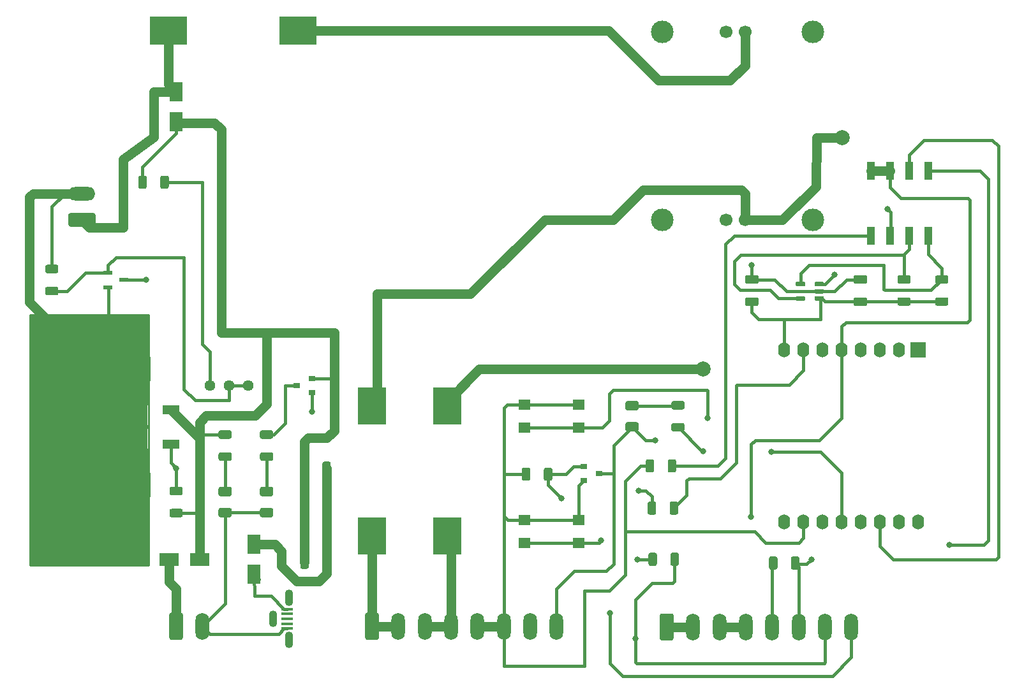
<source format=gbr>
G04 #@! TF.GenerationSoftware,KiCad,Pcbnew,(5.1.9)-1*
G04 #@! TF.CreationDate,2022-06-27T08:21:43+02:00*
G04 #@! TF.ProjectId,green_detect_3,67726565-6e5f-4646-9574-6563745f332e,0.00*
G04 #@! TF.SameCoordinates,Original*
G04 #@! TF.FileFunction,Copper,L1,Top*
G04 #@! TF.FilePolarity,Positive*
%FSLAX46Y46*%
G04 Gerber Fmt 4.6, Leading zero omitted, Abs format (unit mm)*
G04 Created by KiCad (PCBNEW (5.1.9)-1) date 2022-06-27 08:21:43*
%MOMM*%
%LPD*%
G01*
G04 APERTURE LIST*
G04 #@! TA.AperFunction,ComponentPad*
%ADD10C,3.000000*%
G04 #@! TD*
G04 #@! TA.AperFunction,ComponentPad*
%ADD11C,1.700000*%
G04 #@! TD*
G04 #@! TA.AperFunction,ComponentPad*
%ADD12O,3.600000X1.800000*%
G04 #@! TD*
G04 #@! TA.AperFunction,ComponentPad*
%ADD13C,1.440000*%
G04 #@! TD*
G04 #@! TA.AperFunction,SMDPad,CuDef*
%ADD14R,1.300000X0.600000*%
G04 #@! TD*
G04 #@! TA.AperFunction,ComponentPad*
%ADD15O,1.600000X2.000000*%
G04 #@! TD*
G04 #@! TA.AperFunction,ComponentPad*
%ADD16R,2.000000X2.000000*%
G04 #@! TD*
G04 #@! TA.AperFunction,SMDPad,CuDef*
%ADD17R,3.800000X5.000000*%
G04 #@! TD*
G04 #@! TA.AperFunction,SMDPad,CuDef*
%ADD18R,5.000000X3.800000*%
G04 #@! TD*
G04 #@! TA.AperFunction,SMDPad,CuDef*
%ADD19R,1.120000X2.440000*%
G04 #@! TD*
G04 #@! TA.AperFunction,SMDPad,CuDef*
%ADD20R,1.800000X2.500000*%
G04 #@! TD*
G04 #@! TA.AperFunction,SMDPad,CuDef*
%ADD21R,2.500000X1.800000*%
G04 #@! TD*
G04 #@! TA.AperFunction,SMDPad,CuDef*
%ADD22R,1.500000X0.450000*%
G04 #@! TD*
G04 #@! TA.AperFunction,ComponentPad*
%ADD23O,1.100000X2.200000*%
G04 #@! TD*
G04 #@! TA.AperFunction,SMDPad,CuDef*
%ADD24R,13.200000X3.250000*%
G04 #@! TD*
G04 #@! TA.AperFunction,SMDPad,CuDef*
%ADD25R,0.900000X0.800000*%
G04 #@! TD*
G04 #@! TA.AperFunction,SMDPad,CuDef*
%ADD26R,1.600000X1.400000*%
G04 #@! TD*
G04 #@! TA.AperFunction,SMDPad,CuDef*
%ADD27R,6.400000X5.800000*%
G04 #@! TD*
G04 #@! TA.AperFunction,SMDPad,CuDef*
%ADD28R,2.200000X1.200000*%
G04 #@! TD*
G04 #@! TA.AperFunction,ComponentPad*
%ADD29O,1.800000X3.600000*%
G04 #@! TD*
G04 #@! TA.AperFunction,ViaPad*
%ADD30C,0.800000*%
G04 #@! TD*
G04 #@! TA.AperFunction,ViaPad*
%ADD31C,2.000000*%
G04 #@! TD*
G04 #@! TA.AperFunction,Conductor*
%ADD32C,0.406400*%
G04 #@! TD*
G04 #@! TA.AperFunction,Conductor*
%ADD33C,1.270000*%
G04 #@! TD*
G04 #@! TA.AperFunction,Conductor*
%ADD34C,0.250000*%
G04 #@! TD*
G04 #@! TA.AperFunction,Conductor*
%ADD35C,0.254000*%
G04 #@! TD*
G04 #@! TA.AperFunction,Conductor*
%ADD36C,0.100000*%
G04 #@! TD*
G04 APERTURE END LIST*
D10*
X163500000Y-53000000D03*
X163500000Y-78000000D03*
X183500000Y-78000000D03*
X183500000Y-53000000D03*
D11*
X172000000Y-78000000D03*
X174500000Y-78000000D03*
X172000000Y-53000000D03*
X174500000Y-53000000D03*
D12*
X86500000Y-74500000D03*
G04 #@! TA.AperFunction,ComponentPad*
G36*
G01*
X88050000Y-78900000D02*
X84950000Y-78900000D01*
G75*
G02*
X84700000Y-78650000I0J250000D01*
G01*
X84700000Y-77350000D01*
G75*
G02*
X84950000Y-77100000I250000J0D01*
G01*
X88050000Y-77100000D01*
G75*
G02*
X88300000Y-77350000I0J-250000D01*
G01*
X88300000Y-78650000D01*
G75*
G02*
X88050000Y-78900000I-250000J0D01*
G01*
G37*
G04 #@! TD.AperFunction*
D13*
X108580000Y-100000000D03*
X106040000Y-100000000D03*
X103500000Y-100000000D03*
D14*
X89950000Y-85050000D03*
X89950000Y-86950000D03*
X92050000Y-86000000D03*
D15*
X197500000Y-118110000D03*
X194960000Y-118110000D03*
X192420000Y-118110000D03*
X189880000Y-118110000D03*
X187340000Y-118110000D03*
X184800000Y-118110000D03*
X182260000Y-118110000D03*
X179720000Y-118110000D03*
X179720000Y-95250000D03*
X182260000Y-95250000D03*
X184800000Y-95250000D03*
X187340000Y-95250000D03*
X189880000Y-95250000D03*
X192420000Y-95250000D03*
D16*
X197500000Y-95250000D03*
D15*
X194960000Y-95250000D03*
D17*
X135000000Y-120000000D03*
X135000000Y-102750000D03*
X125000000Y-120000000D03*
D18*
X115200000Y-52900000D03*
X98000000Y-52900000D03*
D17*
X125000000Y-102750000D03*
D19*
X191190000Y-71495000D03*
X198810000Y-80105000D03*
X193730000Y-71495000D03*
X196270000Y-80105000D03*
X196270000Y-71495000D03*
X193730000Y-80105000D03*
X198810000Y-71495000D03*
X191190000Y-80105000D03*
G04 #@! TA.AperFunction,SMDPad,CuDef*
G36*
G01*
X110374998Y-108900000D02*
X111625002Y-108900000D01*
G75*
G02*
X111875000Y-109149998I0J-249998D01*
G01*
X111875000Y-109775002D01*
G75*
G02*
X111625002Y-110025000I-249998J0D01*
G01*
X110374998Y-110025000D01*
G75*
G02*
X110125000Y-109775002I0J249998D01*
G01*
X110125000Y-109149998D01*
G75*
G02*
X110374998Y-108900000I249998J0D01*
G01*
G37*
G04 #@! TD.AperFunction*
G04 #@! TA.AperFunction,SMDPad,CuDef*
G36*
G01*
X110374998Y-105975000D02*
X111625002Y-105975000D01*
G75*
G02*
X111875000Y-106224998I0J-249998D01*
G01*
X111875000Y-106850002D01*
G75*
G02*
X111625002Y-107100000I-249998J0D01*
G01*
X110374998Y-107100000D01*
G75*
G02*
X110125000Y-106850002I0J249998D01*
G01*
X110125000Y-106224998D01*
G75*
G02*
X110374998Y-105975000I249998J0D01*
G01*
G37*
G04 #@! TD.AperFunction*
G04 #@! TA.AperFunction,SMDPad,CuDef*
G36*
G01*
X104874998Y-108900000D02*
X106125002Y-108900000D01*
G75*
G02*
X106375000Y-109149998I0J-249998D01*
G01*
X106375000Y-109775002D01*
G75*
G02*
X106125002Y-110025000I-249998J0D01*
G01*
X104874998Y-110025000D01*
G75*
G02*
X104625000Y-109775002I0J249998D01*
G01*
X104625000Y-109149998D01*
G75*
G02*
X104874998Y-108900000I249998J0D01*
G01*
G37*
G04 #@! TD.AperFunction*
G04 #@! TA.AperFunction,SMDPad,CuDef*
G36*
G01*
X104874998Y-105975000D02*
X106125002Y-105975000D01*
G75*
G02*
X106375000Y-106224998I0J-249998D01*
G01*
X106375000Y-106850002D01*
G75*
G02*
X106125002Y-107100000I-249998J0D01*
G01*
X104874998Y-107100000D01*
G75*
G02*
X104625000Y-106850002I0J249998D01*
G01*
X104625000Y-106224998D01*
G75*
G02*
X104874998Y-105975000I249998J0D01*
G01*
G37*
G04 #@! TD.AperFunction*
G04 #@! TA.AperFunction,SMDPad,CuDef*
G36*
G01*
X118400000Y-111625002D02*
X118400000Y-110374998D01*
G75*
G02*
X118649998Y-110125000I249998J0D01*
G01*
X119275002Y-110125000D01*
G75*
G02*
X119525000Y-110374998I0J-249998D01*
G01*
X119525000Y-111625002D01*
G75*
G02*
X119275002Y-111875000I-249998J0D01*
G01*
X118649998Y-111875000D01*
G75*
G02*
X118400000Y-111625002I0J249998D01*
G01*
G37*
G04 #@! TD.AperFunction*
G04 #@! TA.AperFunction,SMDPad,CuDef*
G36*
G01*
X115475000Y-111625002D02*
X115475000Y-110374998D01*
G75*
G02*
X115724998Y-110125000I249998J0D01*
G01*
X116350002Y-110125000D01*
G75*
G02*
X116600000Y-110374998I0J-249998D01*
G01*
X116600000Y-111625002D01*
G75*
G02*
X116350002Y-111875000I-249998J0D01*
G01*
X115724998Y-111875000D01*
G75*
G02*
X115475000Y-111625002I0J249998D01*
G01*
G37*
G04 #@! TD.AperFunction*
G04 #@! TA.AperFunction,SMDPad,CuDef*
G36*
G01*
X118400000Y-116125002D02*
X118400000Y-114874998D01*
G75*
G02*
X118649998Y-114625000I249998J0D01*
G01*
X119275002Y-114625000D01*
G75*
G02*
X119525000Y-114874998I0J-249998D01*
G01*
X119525000Y-116125002D01*
G75*
G02*
X119275002Y-116375000I-249998J0D01*
G01*
X118649998Y-116375000D01*
G75*
G02*
X118400000Y-116125002I0J249998D01*
G01*
G37*
G04 #@! TD.AperFunction*
G04 #@! TA.AperFunction,SMDPad,CuDef*
G36*
G01*
X115475000Y-116125002D02*
X115475000Y-114874998D01*
G75*
G02*
X115724998Y-114625000I249998J0D01*
G01*
X116350002Y-114625000D01*
G75*
G02*
X116600000Y-114874998I0J-249998D01*
G01*
X116600000Y-116125002D01*
G75*
G02*
X116350002Y-116375000I-249998J0D01*
G01*
X115724998Y-116375000D01*
G75*
G02*
X115475000Y-116125002I0J249998D01*
G01*
G37*
G04 #@! TD.AperFunction*
G04 #@! TA.AperFunction,SMDPad,CuDef*
G36*
G01*
X118400000Y-120125002D02*
X118400000Y-118874998D01*
G75*
G02*
X118649998Y-118625000I249998J0D01*
G01*
X119275002Y-118625000D01*
G75*
G02*
X119525000Y-118874998I0J-249998D01*
G01*
X119525000Y-120125002D01*
G75*
G02*
X119275002Y-120375000I-249998J0D01*
G01*
X118649998Y-120375000D01*
G75*
G02*
X118400000Y-120125002I0J249998D01*
G01*
G37*
G04 #@! TD.AperFunction*
G04 #@! TA.AperFunction,SMDPad,CuDef*
G36*
G01*
X115475000Y-120125002D02*
X115475000Y-118874998D01*
G75*
G02*
X115724998Y-118625000I249998J0D01*
G01*
X116350002Y-118625000D01*
G75*
G02*
X116600000Y-118874998I0J-249998D01*
G01*
X116600000Y-120125002D01*
G75*
G02*
X116350002Y-120375000I-249998J0D01*
G01*
X115724998Y-120375000D01*
G75*
G02*
X115475000Y-120125002I0J249998D01*
G01*
G37*
G04 #@! TD.AperFunction*
G04 #@! TA.AperFunction,SMDPad,CuDef*
G36*
G01*
X118400000Y-124125002D02*
X118400000Y-122874998D01*
G75*
G02*
X118649998Y-122625000I249998J0D01*
G01*
X119275002Y-122625000D01*
G75*
G02*
X119525000Y-122874998I0J-249998D01*
G01*
X119525000Y-124125002D01*
G75*
G02*
X119275002Y-124375000I-249998J0D01*
G01*
X118649998Y-124375000D01*
G75*
G02*
X118400000Y-124125002I0J249998D01*
G01*
G37*
G04 #@! TD.AperFunction*
G04 #@! TA.AperFunction,SMDPad,CuDef*
G36*
G01*
X115475000Y-124125002D02*
X115475000Y-122874998D01*
G75*
G02*
X115724998Y-122625000I249998J0D01*
G01*
X116350002Y-122625000D01*
G75*
G02*
X116600000Y-122874998I0J-249998D01*
G01*
X116600000Y-124125002D01*
G75*
G02*
X116350002Y-124375000I-249998J0D01*
G01*
X115724998Y-124375000D01*
G75*
G02*
X115475000Y-124125002I0J249998D01*
G01*
G37*
G04 #@! TD.AperFunction*
G04 #@! TA.AperFunction,SMDPad,CuDef*
G36*
G01*
X111625000Y-114725000D02*
X110375000Y-114725000D01*
G75*
G02*
X110125000Y-114475000I0J250000D01*
G01*
X110125000Y-113725000D01*
G75*
G02*
X110375000Y-113475000I250000J0D01*
G01*
X111625000Y-113475000D01*
G75*
G02*
X111875000Y-113725000I0J-250000D01*
G01*
X111875000Y-114475000D01*
G75*
G02*
X111625000Y-114725000I-250000J0D01*
G01*
G37*
G04 #@! TD.AperFunction*
G04 #@! TA.AperFunction,SMDPad,CuDef*
G36*
G01*
X111625000Y-117525000D02*
X110375000Y-117525000D01*
G75*
G02*
X110125000Y-117275000I0J250000D01*
G01*
X110125000Y-116525000D01*
G75*
G02*
X110375000Y-116275000I250000J0D01*
G01*
X111625000Y-116275000D01*
G75*
G02*
X111875000Y-116525000I0J-250000D01*
G01*
X111875000Y-117275000D01*
G75*
G02*
X111625000Y-117525000I-250000J0D01*
G01*
G37*
G04 #@! TD.AperFunction*
G04 #@! TA.AperFunction,SMDPad,CuDef*
G36*
G01*
X106125000Y-114725000D02*
X104875000Y-114725000D01*
G75*
G02*
X104625000Y-114475000I0J250000D01*
G01*
X104625000Y-113725000D01*
G75*
G02*
X104875000Y-113475000I250000J0D01*
G01*
X106125000Y-113475000D01*
G75*
G02*
X106375000Y-113725000I0J-250000D01*
G01*
X106375000Y-114475000D01*
G75*
G02*
X106125000Y-114725000I-250000J0D01*
G01*
G37*
G04 #@! TD.AperFunction*
G04 #@! TA.AperFunction,SMDPad,CuDef*
G36*
G01*
X106125000Y-117525000D02*
X104875000Y-117525000D01*
G75*
G02*
X104625000Y-117275000I0J250000D01*
G01*
X104625000Y-116525000D01*
G75*
G02*
X104875000Y-116275000I250000J0D01*
G01*
X106125000Y-116275000D01*
G75*
G02*
X106375000Y-116525000I0J-250000D01*
G01*
X106375000Y-117275000D01*
G75*
G02*
X106125000Y-117525000I-250000J0D01*
G01*
G37*
G04 #@! TD.AperFunction*
D20*
X109300000Y-125100000D03*
X109300000Y-121100000D03*
D21*
X98100000Y-123100000D03*
X102100000Y-123100000D03*
D22*
X113750000Y-129700000D03*
X113750000Y-130350000D03*
X113750000Y-131000000D03*
X113750000Y-131650000D03*
X113750000Y-132300000D03*
D23*
X111850000Y-131000000D03*
X114000000Y-128200000D03*
X114000000Y-133800000D03*
D24*
X89000000Y-113200000D03*
X89000000Y-97800000D03*
D25*
X117000000Y-100950000D03*
X117000000Y-99050000D03*
X115000000Y-100000000D03*
G04 #@! TA.AperFunction,SMDPad,CuDef*
G36*
G01*
X182465000Y-88240000D02*
X182465000Y-88660000D01*
G75*
G02*
X182375000Y-88750000I-90000J0D01*
G01*
X181335000Y-88750000D01*
G75*
G02*
X181245000Y-88660000I0J90000D01*
G01*
X181245000Y-88240000D01*
G75*
G02*
X181335000Y-88150000I90000J0D01*
G01*
X182375000Y-88150000D01*
G75*
G02*
X182465000Y-88240000I0J-90000D01*
G01*
G37*
G04 #@! TD.AperFunction*
G04 #@! TA.AperFunction,SMDPad,CuDef*
G36*
G01*
X182465000Y-86340000D02*
X182465000Y-86760000D01*
G75*
G02*
X182375000Y-86850000I-90000J0D01*
G01*
X181335000Y-86850000D01*
G75*
G02*
X181245000Y-86760000I0J90000D01*
G01*
X181245000Y-86340000D01*
G75*
G02*
X181335000Y-86250000I90000J0D01*
G01*
X182375000Y-86250000D01*
G75*
G02*
X182465000Y-86340000I0J-90000D01*
G01*
G37*
G04 #@! TD.AperFunction*
G04 #@! TA.AperFunction,SMDPad,CuDef*
G36*
G01*
X184955000Y-86340000D02*
X184955000Y-86760000D01*
G75*
G02*
X184865000Y-86850000I-90000J0D01*
G01*
X183825000Y-86850000D01*
G75*
G02*
X183735000Y-86760000I0J90000D01*
G01*
X183735000Y-86340000D01*
G75*
G02*
X183825000Y-86250000I90000J0D01*
G01*
X184865000Y-86250000D01*
G75*
G02*
X184955000Y-86340000I0J-90000D01*
G01*
G37*
G04 #@! TD.AperFunction*
G04 #@! TA.AperFunction,SMDPad,CuDef*
G36*
G01*
X184955000Y-87290000D02*
X184955000Y-87710000D01*
G75*
G02*
X184865000Y-87800000I-90000J0D01*
G01*
X183825000Y-87800000D01*
G75*
G02*
X183735000Y-87710000I0J90000D01*
G01*
X183735000Y-87290000D01*
G75*
G02*
X183825000Y-87200000I90000J0D01*
G01*
X184865000Y-87200000D01*
G75*
G02*
X184955000Y-87290000I0J-90000D01*
G01*
G37*
G04 #@! TD.AperFunction*
G04 #@! TA.AperFunction,SMDPad,CuDef*
G36*
G01*
X184955000Y-88240000D02*
X184955000Y-88660000D01*
G75*
G02*
X184865000Y-88750000I-90000J0D01*
G01*
X183825000Y-88750000D01*
G75*
G02*
X183735000Y-88660000I0J90000D01*
G01*
X183735000Y-88240000D01*
G75*
G02*
X183825000Y-88150000I90000J0D01*
G01*
X184865000Y-88150000D01*
G75*
G02*
X184955000Y-88240000I0J-90000D01*
G01*
G37*
G04 #@! TD.AperFunction*
D26*
X152400000Y-117900000D03*
X145200000Y-117900000D03*
X152400000Y-120900000D03*
X145200000Y-120900000D03*
X152400000Y-102570000D03*
X145200000Y-102570000D03*
X152400000Y-105570000D03*
X145200000Y-105570000D03*
G04 #@! TA.AperFunction,SMDPad,CuDef*
G36*
G01*
X83125002Y-88025000D02*
X81874998Y-88025000D01*
G75*
G02*
X81625000Y-87775002I0J249998D01*
G01*
X81625000Y-87149998D01*
G75*
G02*
X81874998Y-86900000I249998J0D01*
G01*
X83125002Y-86900000D01*
G75*
G02*
X83375000Y-87149998I0J-249998D01*
G01*
X83375000Y-87775002D01*
G75*
G02*
X83125002Y-88025000I-249998J0D01*
G01*
G37*
G04 #@! TD.AperFunction*
G04 #@! TA.AperFunction,SMDPad,CuDef*
G36*
G01*
X83125002Y-85100000D02*
X81874998Y-85100000D01*
G75*
G02*
X81625000Y-84850002I0J249998D01*
G01*
X81625000Y-84224998D01*
G75*
G02*
X81874998Y-83975000I249998J0D01*
G01*
X83125002Y-83975000D01*
G75*
G02*
X83375000Y-84224998I0J-249998D01*
G01*
X83375000Y-84850002D01*
G75*
G02*
X83125002Y-85100000I-249998J0D01*
G01*
G37*
G04 #@! TD.AperFunction*
G04 #@! TA.AperFunction,SMDPad,CuDef*
G36*
G01*
X99625002Y-117525000D02*
X98374998Y-117525000D01*
G75*
G02*
X98125000Y-117275002I0J249998D01*
G01*
X98125000Y-116649998D01*
G75*
G02*
X98374998Y-116400000I249998J0D01*
G01*
X99625002Y-116400000D01*
G75*
G02*
X99875000Y-116649998I0J-249998D01*
G01*
X99875000Y-117275002D01*
G75*
G02*
X99625002Y-117525000I-249998J0D01*
G01*
G37*
G04 #@! TD.AperFunction*
G04 #@! TA.AperFunction,SMDPad,CuDef*
G36*
G01*
X99625002Y-114600000D02*
X98374998Y-114600000D01*
G75*
G02*
X98125000Y-114350002I0J249998D01*
G01*
X98125000Y-113724998D01*
G75*
G02*
X98374998Y-113475000I249998J0D01*
G01*
X99625002Y-113475000D01*
G75*
G02*
X99875000Y-113724998I0J-249998D01*
G01*
X99875000Y-114350002D01*
G75*
G02*
X99625002Y-114600000I-249998J0D01*
G01*
G37*
G04 #@! TD.AperFunction*
G04 #@! TA.AperFunction,SMDPad,CuDef*
G36*
G01*
X93975000Y-73625002D02*
X93975000Y-72374998D01*
G75*
G02*
X94224998Y-72125000I249998J0D01*
G01*
X94850002Y-72125000D01*
G75*
G02*
X95100000Y-72374998I0J-249998D01*
G01*
X95100000Y-73625002D01*
G75*
G02*
X94850002Y-73875000I-249998J0D01*
G01*
X94224998Y-73875000D01*
G75*
G02*
X93975000Y-73625002I0J249998D01*
G01*
G37*
G04 #@! TD.AperFunction*
G04 #@! TA.AperFunction,SMDPad,CuDef*
G36*
G01*
X96900000Y-73625002D02*
X96900000Y-72374998D01*
G75*
G02*
X97149998Y-72125000I249998J0D01*
G01*
X97775002Y-72125000D01*
G75*
G02*
X98025000Y-72374998I0J-249998D01*
G01*
X98025000Y-73625002D01*
G75*
G02*
X97775002Y-73875000I-249998J0D01*
G01*
X97149998Y-73875000D01*
G75*
G02*
X96900000Y-73625002I0J249998D01*
G01*
G37*
G04 #@! TD.AperFunction*
G04 #@! TA.AperFunction,SMDPad,CuDef*
G36*
G01*
X146000000Y-111174998D02*
X146000000Y-112425002D01*
G75*
G02*
X145750002Y-112675000I-249998J0D01*
G01*
X145124998Y-112675000D01*
G75*
G02*
X144875000Y-112425002I0J249998D01*
G01*
X144875000Y-111174998D01*
G75*
G02*
X145124998Y-110925000I249998J0D01*
G01*
X145750002Y-110925000D01*
G75*
G02*
X146000000Y-111174998I0J-249998D01*
G01*
G37*
G04 #@! TD.AperFunction*
G04 #@! TA.AperFunction,SMDPad,CuDef*
G36*
G01*
X148925000Y-111174998D02*
X148925000Y-112425002D01*
G75*
G02*
X148675002Y-112675000I-249998J0D01*
G01*
X148049998Y-112675000D01*
G75*
G02*
X147800000Y-112425002I0J249998D01*
G01*
X147800000Y-111174998D01*
G75*
G02*
X148049998Y-110925000I249998J0D01*
G01*
X148675002Y-110925000D01*
G75*
G02*
X148925000Y-111174998I0J-249998D01*
G01*
G37*
G04 #@! TD.AperFunction*
G04 #@! TA.AperFunction,SMDPad,CuDef*
G36*
G01*
X162437500Y-110074998D02*
X162437500Y-111325002D01*
G75*
G02*
X162187502Y-111575000I-249998J0D01*
G01*
X161562498Y-111575000D01*
G75*
G02*
X161312500Y-111325002I0J249998D01*
G01*
X161312500Y-110074998D01*
G75*
G02*
X161562498Y-109825000I249998J0D01*
G01*
X162187502Y-109825000D01*
G75*
G02*
X162437500Y-110074998I0J-249998D01*
G01*
G37*
G04 #@! TD.AperFunction*
G04 #@! TA.AperFunction,SMDPad,CuDef*
G36*
G01*
X165362500Y-110074998D02*
X165362500Y-111325002D01*
G75*
G02*
X165112502Y-111575000I-249998J0D01*
G01*
X164487498Y-111575000D01*
G75*
G02*
X164237500Y-111325002I0J249998D01*
G01*
X164237500Y-110074998D01*
G75*
G02*
X164487498Y-109825000I249998J0D01*
G01*
X165112502Y-109825000D01*
G75*
G02*
X165362500Y-110074998I0J-249998D01*
G01*
G37*
G04 #@! TD.AperFunction*
G04 #@! TA.AperFunction,SMDPad,CuDef*
G36*
G01*
X162700000Y-115674998D02*
X162700000Y-116925002D01*
G75*
G02*
X162450002Y-117175000I-249998J0D01*
G01*
X161824998Y-117175000D01*
G75*
G02*
X161575000Y-116925002I0J249998D01*
G01*
X161575000Y-115674998D01*
G75*
G02*
X161824998Y-115425000I249998J0D01*
G01*
X162450002Y-115425000D01*
G75*
G02*
X162700000Y-115674998I0J-249998D01*
G01*
G37*
G04 #@! TD.AperFunction*
G04 #@! TA.AperFunction,SMDPad,CuDef*
G36*
G01*
X165625000Y-115674998D02*
X165625000Y-116925002D01*
G75*
G02*
X165375002Y-117175000I-249998J0D01*
G01*
X164749998Y-117175000D01*
G75*
G02*
X164500000Y-116925002I0J249998D01*
G01*
X164500000Y-115674998D01*
G75*
G02*
X164749998Y-115425000I249998J0D01*
G01*
X165375002Y-115425000D01*
G75*
G02*
X165625000Y-115674998I0J-249998D01*
G01*
G37*
G04 #@! TD.AperFunction*
G04 #@! TA.AperFunction,SMDPad,CuDef*
G36*
G01*
X196225002Y-86500000D02*
X194974998Y-86500000D01*
G75*
G02*
X194725000Y-86250002I0J249998D01*
G01*
X194725000Y-85624998D01*
G75*
G02*
X194974998Y-85375000I249998J0D01*
G01*
X196225002Y-85375000D01*
G75*
G02*
X196475000Y-85624998I0J-249998D01*
G01*
X196475000Y-86250002D01*
G75*
G02*
X196225002Y-86500000I-249998J0D01*
G01*
G37*
G04 #@! TD.AperFunction*
G04 #@! TA.AperFunction,SMDPad,CuDef*
G36*
G01*
X196225002Y-89425000D02*
X194974998Y-89425000D01*
G75*
G02*
X194725000Y-89175002I0J249998D01*
G01*
X194725000Y-88549998D01*
G75*
G02*
X194974998Y-88300000I249998J0D01*
G01*
X196225002Y-88300000D01*
G75*
G02*
X196475000Y-88549998I0J-249998D01*
G01*
X196475000Y-89175002D01*
G75*
G02*
X196225002Y-89425000I-249998J0D01*
G01*
G37*
G04 #@! TD.AperFunction*
G04 #@! TA.AperFunction,SMDPad,CuDef*
G36*
G01*
X201225002Y-86500000D02*
X199974998Y-86500000D01*
G75*
G02*
X199725000Y-86250002I0J249998D01*
G01*
X199725000Y-85624998D01*
G75*
G02*
X199974998Y-85375000I249998J0D01*
G01*
X201225002Y-85375000D01*
G75*
G02*
X201475000Y-85624998I0J-249998D01*
G01*
X201475000Y-86250002D01*
G75*
G02*
X201225002Y-86500000I-249998J0D01*
G01*
G37*
G04 #@! TD.AperFunction*
G04 #@! TA.AperFunction,SMDPad,CuDef*
G36*
G01*
X201225002Y-89425000D02*
X199974998Y-89425000D01*
G75*
G02*
X199725000Y-89175002I0J249998D01*
G01*
X199725000Y-88549998D01*
G75*
G02*
X199974998Y-88300000I249998J0D01*
G01*
X201225002Y-88300000D01*
G75*
G02*
X201475000Y-88549998I0J-249998D01*
G01*
X201475000Y-89175002D01*
G75*
G02*
X201225002Y-89425000I-249998J0D01*
G01*
G37*
G04 #@! TD.AperFunction*
G04 #@! TA.AperFunction,SMDPad,CuDef*
G36*
G01*
X166225002Y-103200000D02*
X164974998Y-103200000D01*
G75*
G02*
X164725000Y-102950002I0J249998D01*
G01*
X164725000Y-102324998D01*
G75*
G02*
X164974998Y-102075000I249998J0D01*
G01*
X166225002Y-102075000D01*
G75*
G02*
X166475000Y-102324998I0J-249998D01*
G01*
X166475000Y-102950002D01*
G75*
G02*
X166225002Y-103200000I-249998J0D01*
G01*
G37*
G04 #@! TD.AperFunction*
G04 #@! TA.AperFunction,SMDPad,CuDef*
G36*
G01*
X166225002Y-106125000D02*
X164974998Y-106125000D01*
G75*
G02*
X164725000Y-105875002I0J249998D01*
G01*
X164725000Y-105249998D01*
G75*
G02*
X164974998Y-105000000I249998J0D01*
G01*
X166225002Y-105000000D01*
G75*
G02*
X166475000Y-105249998I0J-249998D01*
G01*
X166475000Y-105875002D01*
G75*
G02*
X166225002Y-106125000I-249998J0D01*
G01*
G37*
G04 #@! TD.AperFunction*
G04 #@! TA.AperFunction,SMDPad,CuDef*
G36*
G01*
X164600000Y-123725002D02*
X164600000Y-122474998D01*
G75*
G02*
X164849998Y-122225000I249998J0D01*
G01*
X165475002Y-122225000D01*
G75*
G02*
X165725000Y-122474998I0J-249998D01*
G01*
X165725000Y-123725002D01*
G75*
G02*
X165475002Y-123975000I-249998J0D01*
G01*
X164849998Y-123975000D01*
G75*
G02*
X164600000Y-123725002I0J249998D01*
G01*
G37*
G04 #@! TD.AperFunction*
G04 #@! TA.AperFunction,SMDPad,CuDef*
G36*
G01*
X161675000Y-123725002D02*
X161675000Y-122474998D01*
G75*
G02*
X161924998Y-122225000I249998J0D01*
G01*
X162550002Y-122225000D01*
G75*
G02*
X162800000Y-122474998I0J-249998D01*
G01*
X162800000Y-123725002D01*
G75*
G02*
X162550002Y-123975000I-249998J0D01*
G01*
X161924998Y-123975000D01*
G75*
G02*
X161675000Y-123725002I0J249998D01*
G01*
G37*
G04 #@! TD.AperFunction*
G04 #@! TA.AperFunction,SMDPad,CuDef*
G36*
G01*
X180600000Y-124225002D02*
X180600000Y-122974998D01*
G75*
G02*
X180849998Y-122725000I249998J0D01*
G01*
X181475002Y-122725000D01*
G75*
G02*
X181725000Y-122974998I0J-249998D01*
G01*
X181725000Y-124225002D01*
G75*
G02*
X181475002Y-124475000I-249998J0D01*
G01*
X180849998Y-124475000D01*
G75*
G02*
X180600000Y-124225002I0J249998D01*
G01*
G37*
G04 #@! TD.AperFunction*
G04 #@! TA.AperFunction,SMDPad,CuDef*
G36*
G01*
X177675000Y-124225002D02*
X177675000Y-122974998D01*
G75*
G02*
X177924998Y-122725000I249998J0D01*
G01*
X178550002Y-122725000D01*
G75*
G02*
X178800000Y-122974998I0J-249998D01*
G01*
X178800000Y-124225002D01*
G75*
G02*
X178550002Y-124475000I-249998J0D01*
G01*
X177924998Y-124475000D01*
G75*
G02*
X177675000Y-124225002I0J249998D01*
G01*
G37*
G04 #@! TD.AperFunction*
D27*
X92000000Y-105500000D03*
D28*
X98300000Y-103220000D03*
X98300000Y-107780000D03*
D25*
X155100000Y-111700000D03*
X153100000Y-112650000D03*
X153100000Y-110750000D03*
D29*
X188600000Y-132100000D03*
X185100000Y-132100000D03*
X181600000Y-132100000D03*
X178100000Y-132100000D03*
X174600000Y-132100000D03*
X171100000Y-132100000D03*
X167600000Y-132100000D03*
G04 #@! TA.AperFunction,ComponentPad*
G36*
G01*
X163200000Y-133650000D02*
X163200000Y-130550000D01*
G75*
G02*
X163450000Y-130300000I250000J0D01*
G01*
X164750000Y-130300000D01*
G75*
G02*
X165000000Y-130550000I0J-250000D01*
G01*
X165000000Y-133650000D01*
G75*
G02*
X164750000Y-133900000I-250000J0D01*
G01*
X163450000Y-133900000D01*
G75*
G02*
X163200000Y-133650000I0J250000D01*
G01*
G37*
G04 #@! TD.AperFunction*
X149500000Y-132000000D03*
X146000000Y-132000000D03*
X142500000Y-132000000D03*
X139000000Y-132000000D03*
X135500000Y-132000000D03*
X132000000Y-132000000D03*
X128500000Y-132000000D03*
G04 #@! TA.AperFunction,ComponentPad*
G36*
G01*
X124100000Y-133550000D02*
X124100000Y-130450000D01*
G75*
G02*
X124350000Y-130200000I250000J0D01*
G01*
X125650000Y-130200000D01*
G75*
G02*
X125900000Y-130450000I0J-250000D01*
G01*
X125900000Y-133550000D01*
G75*
G02*
X125650000Y-133800000I-250000J0D01*
G01*
X124350000Y-133800000D01*
G75*
G02*
X124100000Y-133550000I0J250000D01*
G01*
G37*
G04 #@! TD.AperFunction*
X102500000Y-132000000D03*
G04 #@! TA.AperFunction,ComponentPad*
G36*
G01*
X98100000Y-133550000D02*
X98100000Y-130450000D01*
G75*
G02*
X98350000Y-130200000I250000J0D01*
G01*
X99650000Y-130200000D01*
G75*
G02*
X99900000Y-130450000I0J-250000D01*
G01*
X99900000Y-133550000D01*
G75*
G02*
X99650000Y-133800000I-250000J0D01*
G01*
X98350000Y-133800000D01*
G75*
G02*
X98100000Y-133550000I0J250000D01*
G01*
G37*
G04 #@! TD.AperFunction*
D20*
X99000000Y-65000000D03*
X99000000Y-61000000D03*
G04 #@! TA.AperFunction,SMDPad,CuDef*
G36*
G01*
X160125000Y-103325000D02*
X158875000Y-103325000D01*
G75*
G02*
X158625000Y-103075000I0J250000D01*
G01*
X158625000Y-102325000D01*
G75*
G02*
X158875000Y-102075000I250000J0D01*
G01*
X160125000Y-102075000D01*
G75*
G02*
X160375000Y-102325000I0J-250000D01*
G01*
X160375000Y-103075000D01*
G75*
G02*
X160125000Y-103325000I-250000J0D01*
G01*
G37*
G04 #@! TD.AperFunction*
G04 #@! TA.AperFunction,SMDPad,CuDef*
G36*
G01*
X160125000Y-106125000D02*
X158875000Y-106125000D01*
G75*
G02*
X158625000Y-105875000I0J250000D01*
G01*
X158625000Y-105125000D01*
G75*
G02*
X158875000Y-104875000I250000J0D01*
G01*
X160125000Y-104875000D01*
G75*
G02*
X160375000Y-105125000I0J-250000D01*
G01*
X160375000Y-105875000D01*
G75*
G02*
X160125000Y-106125000I-250000J0D01*
G01*
G37*
G04 #@! TD.AperFunction*
G04 #@! TA.AperFunction,SMDPad,CuDef*
G36*
G01*
X176050001Y-86500000D02*
X174749999Y-86500000D01*
G75*
G02*
X174500000Y-86250001I0J249999D01*
G01*
X174500000Y-85599999D01*
G75*
G02*
X174749999Y-85350000I249999J0D01*
G01*
X176050001Y-85350000D01*
G75*
G02*
X176300000Y-85599999I0J-249999D01*
G01*
X176300000Y-86250001D01*
G75*
G02*
X176050001Y-86500000I-249999J0D01*
G01*
G37*
G04 #@! TD.AperFunction*
G04 #@! TA.AperFunction,SMDPad,CuDef*
G36*
G01*
X176050001Y-89450000D02*
X174749999Y-89450000D01*
G75*
G02*
X174500000Y-89200001I0J249999D01*
G01*
X174500000Y-88549999D01*
G75*
G02*
X174749999Y-88300000I249999J0D01*
G01*
X176050001Y-88300000D01*
G75*
G02*
X176300000Y-88549999I0J-249999D01*
G01*
X176300000Y-89200001D01*
G75*
G02*
X176050001Y-89450000I-249999J0D01*
G01*
G37*
G04 #@! TD.AperFunction*
G04 #@! TA.AperFunction,SMDPad,CuDef*
G36*
G01*
X190450001Y-86500000D02*
X189149999Y-86500000D01*
G75*
G02*
X188900000Y-86250001I0J249999D01*
G01*
X188900000Y-85599999D01*
G75*
G02*
X189149999Y-85350000I249999J0D01*
G01*
X190450001Y-85350000D01*
G75*
G02*
X190700000Y-85599999I0J-249999D01*
G01*
X190700000Y-86250001D01*
G75*
G02*
X190450001Y-86500000I-249999J0D01*
G01*
G37*
G04 #@! TD.AperFunction*
G04 #@! TA.AperFunction,SMDPad,CuDef*
G36*
G01*
X190450001Y-89450000D02*
X189149999Y-89450000D01*
G75*
G02*
X188900000Y-89200001I0J249999D01*
G01*
X188900000Y-88549999D01*
G75*
G02*
X189149999Y-88300000I249999J0D01*
G01*
X190450001Y-88300000D01*
G75*
G02*
X190700000Y-88549999I0J-249999D01*
G01*
X190700000Y-89200001D01*
G75*
G02*
X190450001Y-89450000I-249999J0D01*
G01*
G37*
G04 #@! TD.AperFunction*
D30*
X175400000Y-84050000D03*
X162600000Y-107300000D03*
D31*
X168900000Y-97850000D03*
D30*
X160250000Y-123100000D03*
X146550000Y-97850000D03*
D31*
X85000000Y-94500000D03*
X81000000Y-94500000D03*
X94500000Y-94500000D03*
X90000000Y-94500000D03*
X85000000Y-101000000D03*
X81000000Y-101000000D03*
X94500000Y-101000000D03*
X90000000Y-101000000D03*
X85000000Y-110000000D03*
X81000000Y-110000000D03*
X94500000Y-110000000D03*
X90000000Y-110000000D03*
X85000000Y-116500000D03*
X81000000Y-116500000D03*
X94500000Y-116500000D03*
X90000000Y-116500000D03*
X85000000Y-119500000D03*
X81000000Y-119500000D03*
X94500000Y-119500000D03*
X90000000Y-119500000D03*
X85000000Y-122500000D03*
X81000000Y-122500000D03*
X94500000Y-122500000D03*
X90000000Y-122500000D03*
X85000000Y-104000000D03*
X85000000Y-107000000D03*
X81000000Y-107000000D03*
X81000000Y-104000000D03*
X81000000Y-92000000D03*
X85000000Y-92000000D03*
X90000000Y-92000000D03*
X94500000Y-92000000D03*
X187400000Y-67050000D03*
D30*
X186350000Y-85300000D03*
X156550000Y-130250000D03*
X159950000Y-133600000D03*
X193400000Y-76550000D03*
X175300000Y-117450000D03*
X183300000Y-123100000D03*
X201650000Y-121200000D03*
X150100000Y-115000000D03*
X160350000Y-113950000D03*
X168900000Y-108750000D03*
X177950000Y-108800000D03*
X169550000Y-104300000D03*
X155400000Y-120600000D03*
X99000000Y-111000000D03*
X117000000Y-103500000D03*
X95000000Y-86000000D03*
D32*
X184345000Y-87500000D02*
X186400000Y-87500000D01*
X187975000Y-85925000D02*
X189800000Y-85925000D01*
X186400000Y-87500000D02*
X187975000Y-85925000D01*
X175400000Y-85925000D02*
X178425000Y-85925000D01*
X180000000Y-87500000D02*
X184345000Y-87500000D01*
X178425000Y-85925000D02*
X180000000Y-87500000D01*
X149500000Y-132000000D02*
X149500000Y-127000000D01*
X149500000Y-127000000D02*
X151800000Y-124700000D01*
X151800000Y-124700000D02*
X156050000Y-124700000D01*
X156050000Y-124700000D02*
X157050000Y-123700000D01*
X157050000Y-107950000D02*
X159500000Y-105500000D01*
X156900000Y-111700000D02*
X157050000Y-111550000D01*
X157050000Y-111550000D02*
X157050000Y-107950000D01*
X155100000Y-111700000D02*
X156900000Y-111700000D01*
X157050000Y-123700000D02*
X157050000Y-111550000D01*
X175400000Y-85925000D02*
X175400000Y-84050000D01*
X161300000Y-107300000D02*
X159500000Y-105500000D01*
X162600000Y-107300000D02*
X161300000Y-107300000D01*
X185075000Y-88875000D02*
X189800000Y-88875000D01*
X184650000Y-88450000D02*
X185075000Y-88875000D01*
X184345000Y-88450000D02*
X184650000Y-88450000D01*
X195587500Y-88875000D02*
X195600000Y-88862500D01*
X175400000Y-88875000D02*
X175400000Y-90300000D01*
X175400000Y-90300000D02*
X176300000Y-91200000D01*
X184500000Y-88605000D02*
X184345000Y-88450000D01*
X184500000Y-91200000D02*
X184500000Y-88605000D01*
X179720000Y-91220000D02*
X179700000Y-91200000D01*
X179720000Y-95250000D02*
X179720000Y-91220000D01*
X179700000Y-91200000D02*
X184500000Y-91200000D01*
X176300000Y-91200000D02*
X179700000Y-91200000D01*
D33*
X135000000Y-102750000D02*
X135000000Y-102200000D01*
D32*
X200587500Y-88875000D02*
X200600000Y-88862500D01*
X189800000Y-88875000D02*
X200587500Y-88875000D01*
D33*
X135000000Y-102750000D02*
X135000000Y-102100000D01*
X135000000Y-102100000D02*
X139250000Y-97850000D01*
X168900000Y-97850000D02*
X168900000Y-97850000D01*
D32*
X162237500Y-123100000D02*
X160250000Y-123100000D01*
D33*
X146550000Y-97850000D02*
X168900000Y-97850000D01*
X139250000Y-97850000D02*
X146550000Y-97850000D01*
D32*
X113300000Y-132300000D02*
X112600000Y-133000000D01*
X113750000Y-132300000D02*
X113300000Y-132300000D01*
X103500000Y-133000000D02*
X102500000Y-132000000D01*
X112600000Y-133000000D02*
X103500000Y-133000000D01*
D33*
X141300000Y-132000000D02*
X142500000Y-132000000D01*
X139000000Y-132000000D02*
X141300000Y-132000000D01*
D32*
X161875000Y-110700000D02*
X160600000Y-110700000D01*
X160600000Y-110700000D02*
X158600000Y-112700000D01*
X142930000Y-102570000D02*
X145200000Y-102570000D01*
X142500000Y-103000000D02*
X142930000Y-102570000D01*
X142700000Y-111800000D02*
X142500000Y-112000000D01*
X143000000Y-117900000D02*
X142500000Y-117400000D01*
X145200000Y-117900000D02*
X143000000Y-117900000D01*
X142500000Y-117400000D02*
X142500000Y-112000000D01*
X142500000Y-132000000D02*
X142500000Y-117400000D01*
X145200000Y-117900000D02*
X152400000Y-117900000D01*
X152400000Y-113350000D02*
X153100000Y-112650000D01*
X152400000Y-117900000D02*
X152400000Y-113350000D01*
X145200000Y-102570000D02*
X152400000Y-102570000D01*
X111000000Y-116900000D02*
X105500000Y-116900000D01*
X105500000Y-129000000D02*
X102500000Y-132000000D01*
X105500000Y-116900000D02*
X105500000Y-129000000D01*
X86500000Y-74500000D02*
X84250000Y-74500000D01*
X84250000Y-74500000D02*
X82500000Y-76250000D01*
X145437500Y-111800000D02*
X142700000Y-111800000D01*
X142500000Y-107700000D02*
X142500000Y-103000000D01*
X142500000Y-112000000D02*
X142500000Y-107700000D01*
X158600000Y-119450000D02*
X175750000Y-119450000D01*
X158600000Y-112700000D02*
X158600000Y-119450000D01*
X175750000Y-119450000D02*
X177200000Y-120900000D01*
X177200000Y-120900000D02*
X181650000Y-120900000D01*
X182260000Y-120290000D02*
X182260000Y-118110000D01*
X181650000Y-120900000D02*
X182260000Y-120290000D01*
X153200000Y-137300000D02*
X142500000Y-137300000D01*
X153200000Y-127300000D02*
X153200000Y-137300000D01*
X156500000Y-127300000D02*
X153200000Y-127300000D01*
X158600000Y-125200000D02*
X156500000Y-127300000D01*
X158600000Y-119450000D02*
X158600000Y-125200000D01*
X142500000Y-137300000D02*
X142500000Y-132000000D01*
D33*
X86500000Y-74500000D02*
X80000000Y-74500000D01*
X80000000Y-74500000D02*
X79500000Y-75000000D01*
X79500000Y-75000000D02*
X79500000Y-88900000D01*
X79500000Y-88900000D02*
X82000000Y-91400000D01*
X82000000Y-91400000D02*
X82000000Y-97150000D01*
X82650000Y-97800000D02*
X89000000Y-97800000D01*
X82000000Y-97150000D02*
X82650000Y-97800000D01*
D32*
X82500000Y-76250000D02*
X82500000Y-84537500D01*
X90000000Y-87000000D02*
X89950000Y-86950000D01*
X90000000Y-92000000D02*
X90000000Y-87000000D01*
D33*
X98000000Y-60000000D02*
X99000000Y-61000000D01*
X87500000Y-79000000D02*
X86500000Y-78000000D01*
X92000000Y-79000000D02*
X87500000Y-79000000D01*
X92000000Y-73000000D02*
X92000000Y-79000000D01*
X99000000Y-61000000D02*
X96000000Y-61000000D01*
X92000000Y-70000000D02*
X92000000Y-73000000D01*
X96000000Y-67000000D02*
X92000000Y-70000000D01*
X96000000Y-61000000D02*
X96000000Y-67000000D01*
X98000000Y-60000000D02*
X98000000Y-52900000D01*
X125000000Y-102750000D02*
X125000000Y-102200000D01*
X187400000Y-67050000D02*
X183975000Y-67050000D01*
X183887500Y-73562500D02*
X179450000Y-78000000D01*
X183975000Y-67050000D02*
X183887500Y-73562500D01*
X138050000Y-87850000D02*
X147900000Y-78000000D01*
X147900000Y-78000000D02*
X157000000Y-78000000D01*
X125700000Y-87850000D02*
X138050000Y-87850000D01*
X157000000Y-78000000D02*
X161000000Y-74000000D01*
X125700000Y-102050000D02*
X125700000Y-87850000D01*
X125000000Y-102750000D02*
X125700000Y-102050000D01*
X174500000Y-78000000D02*
X179450000Y-78000000D01*
X174500000Y-78000000D02*
X174500000Y-74500000D01*
X174000000Y-74000000D02*
X161000000Y-74000000D01*
X174500000Y-74500000D02*
X174000000Y-74000000D01*
X115200000Y-52900000D02*
X156400000Y-52900000D01*
X156400000Y-52900000D02*
X163000000Y-59500000D01*
X163000000Y-59500000D02*
X172500000Y-59500000D01*
X174500000Y-57500000D02*
X174500000Y-53000000D01*
X172500000Y-59500000D02*
X174500000Y-57500000D01*
D32*
X165537500Y-102700000D02*
X165600000Y-102637500D01*
X159500000Y-102700000D02*
X165537500Y-102700000D01*
D33*
X99100000Y-65100000D02*
X99000000Y-65000000D01*
X104100000Y-65100000D02*
X100100000Y-65100000D01*
X105000000Y-66000000D02*
X104100000Y-65100000D01*
X100100000Y-65100000D02*
X99100000Y-65100000D01*
X102100000Y-65100000D02*
X100100000Y-65100000D01*
X102100000Y-117100000D02*
X102100000Y-106900000D01*
X102100000Y-123100000D02*
X102100000Y-117100000D01*
X116037500Y-123500000D02*
X116037500Y-111000000D01*
D32*
X99000000Y-116962500D02*
X101962500Y-116962500D01*
D33*
X105000000Y-93000000D02*
X105000000Y-66000000D01*
D32*
X102462500Y-106537500D02*
X102100000Y-106900000D01*
X105500000Y-106537500D02*
X102462500Y-106537500D01*
D33*
X120000000Y-106000000D02*
X119000000Y-107000000D01*
X119000000Y-107000000D02*
X116500000Y-107000000D01*
X116037500Y-107462500D02*
X116037500Y-111000000D01*
X116500000Y-107000000D02*
X116037500Y-107462500D01*
D32*
X119450000Y-99050000D02*
X120000000Y-98500000D01*
D33*
X120000000Y-98500000D02*
X120000000Y-106000000D01*
D32*
X117000000Y-99050000D02*
X119450000Y-99050000D01*
D33*
X120000000Y-93000000D02*
X120000000Y-98500000D01*
X101980000Y-106900000D02*
X98300000Y-103220000D01*
X102100000Y-106900000D02*
X101980000Y-106900000D01*
X102100000Y-106900000D02*
X102100000Y-104900000D01*
X102100000Y-104900000D02*
X103000000Y-104000000D01*
X103000000Y-104000000D02*
X109500000Y-104000000D01*
X111000000Y-102500000D02*
X111000000Y-93000000D01*
X109500000Y-104000000D02*
X111000000Y-102500000D01*
X111000000Y-93000000D02*
X105000000Y-93000000D01*
X120000000Y-93000000D02*
X111000000Y-93000000D01*
D32*
X99000000Y-65000000D02*
X99000000Y-66500000D01*
X94537500Y-70962500D02*
X94537500Y-73000000D01*
X99000000Y-66500000D02*
X94537500Y-70962500D01*
X185100000Y-86550000D02*
X186350000Y-85300000D01*
X184345000Y-86550000D02*
X185100000Y-86550000D01*
X156550000Y-130250000D02*
X156550000Y-136900000D01*
X156550000Y-136900000D02*
X158250000Y-138600000D01*
X158250000Y-138600000D02*
X186100000Y-138600000D01*
X188600000Y-136100000D02*
X188600000Y-132100000D01*
X186100000Y-138600000D02*
X188600000Y-136100000D01*
X185100000Y-132100000D02*
X185100000Y-136800000D01*
X185100000Y-136800000D02*
X185000000Y-136900000D01*
X185000000Y-136900000D02*
X160100000Y-136900000D01*
X160100000Y-136900000D02*
X159950000Y-136750000D01*
X159950000Y-136750000D02*
X159950000Y-133600000D01*
X159950000Y-128450000D02*
X162150000Y-126250000D01*
X162150000Y-126250000D02*
X164900000Y-126250000D01*
X165162500Y-125987500D02*
X165162500Y-123100000D01*
X164900000Y-126250000D02*
X165162500Y-125987500D01*
X159950000Y-133600000D02*
X159950000Y-128450000D01*
X193400000Y-76550000D02*
X193850000Y-77000000D01*
X193850000Y-79985000D02*
X193730000Y-80105000D01*
X193850000Y-77000000D02*
X193850000Y-79985000D01*
X192500000Y-71700000D02*
X192705000Y-71495000D01*
D33*
X192705000Y-71495000D02*
X193730000Y-71495000D01*
X191190000Y-71495000D02*
X192705000Y-71495000D01*
D32*
X193850000Y-71375000D02*
X193730000Y-71495000D01*
X187340000Y-92160000D02*
X187340000Y-95250000D01*
X187900000Y-91600000D02*
X187340000Y-92160000D01*
X204000000Y-91600000D02*
X187900000Y-91600000D01*
X204300000Y-91300000D02*
X204000000Y-91600000D01*
X204300000Y-75350000D02*
X204300000Y-91300000D01*
X204100000Y-75150000D02*
X204300000Y-75350000D01*
X195200000Y-75150000D02*
X204100000Y-75150000D01*
X193730000Y-73680000D02*
X195200000Y-75150000D01*
X193730000Y-71495000D02*
X193730000Y-73680000D01*
X187340000Y-95250000D02*
X187340000Y-104310000D01*
X187340000Y-104310000D02*
X184350000Y-107300000D01*
X184350000Y-107300000D02*
X175850000Y-107300000D01*
X175300000Y-107850000D02*
X175300000Y-117450000D01*
X175850000Y-107300000D02*
X175300000Y-107850000D01*
X183300000Y-123100000D02*
X182650000Y-123750000D01*
X181312500Y-123750000D02*
X181162500Y-123600000D01*
X182650000Y-123750000D02*
X181312500Y-123750000D01*
X181162500Y-123712500D02*
X181600000Y-124150000D01*
X181162500Y-123600000D02*
X181162500Y-123712500D01*
X181600000Y-132100000D02*
X181600000Y-124150000D01*
D33*
X178237500Y-131962500D02*
X178100000Y-132100000D01*
D32*
X178100000Y-123737500D02*
X178237500Y-123600000D01*
X178100000Y-132100000D02*
X178100000Y-123737500D01*
D33*
X171100000Y-132100000D02*
X174600000Y-132100000D01*
D32*
X198810000Y-71495000D02*
X198987360Y-71495000D01*
X198810000Y-71495000D02*
X205645000Y-71495000D01*
X205645000Y-71495000D02*
X206750000Y-72600000D01*
X206750000Y-72600000D02*
X206750000Y-120600000D01*
X206150000Y-121200000D02*
X201650000Y-121200000D01*
X206750000Y-120600000D02*
X206150000Y-121200000D01*
D33*
X164100000Y-132100000D02*
X167600000Y-132100000D01*
D32*
X192420000Y-118110000D02*
X192420000Y-118520000D01*
X196270000Y-71495000D02*
X196270000Y-71430000D01*
X196270000Y-69380000D02*
X196270000Y-71495000D01*
X198250000Y-67400000D02*
X196270000Y-69380000D01*
X207300000Y-67400000D02*
X198250000Y-67400000D01*
X208100000Y-122800000D02*
X208100000Y-68200000D01*
X207800000Y-123100000D02*
X208100000Y-122800000D01*
X194200000Y-123100000D02*
X207800000Y-123100000D01*
X192420000Y-121320000D02*
X194200000Y-123100000D01*
X208100000Y-68200000D02*
X207300000Y-67400000D01*
X192420000Y-118110000D02*
X192420000Y-121320000D01*
X148362500Y-111800000D02*
X150700000Y-111800000D01*
X151750000Y-110750000D02*
X153100000Y-110750000D01*
X150700000Y-111800000D02*
X151750000Y-110750000D01*
X148362500Y-113262500D02*
X150100000Y-115000000D01*
X148362500Y-111800000D02*
X148362500Y-113262500D01*
X160350000Y-113950000D02*
X161350000Y-113950000D01*
X162137500Y-114737500D02*
X162137500Y-116300000D01*
X161350000Y-113950000D02*
X162137500Y-114737500D01*
X168787500Y-108750000D02*
X168900000Y-108750000D01*
X165600000Y-105562500D02*
X168787500Y-108750000D01*
X177950000Y-108800000D02*
X184500000Y-108800000D01*
X187340000Y-111640000D02*
X187340000Y-118110000D01*
X184500000Y-108800000D02*
X187340000Y-111640000D01*
X200600000Y-85937500D02*
X200600000Y-84400000D01*
X198810000Y-82610000D02*
X198810000Y-80105000D01*
X200600000Y-84400000D02*
X198810000Y-82610000D01*
X181855000Y-86550000D02*
X181855000Y-85145000D01*
X181855000Y-85145000D02*
X182950000Y-84050000D01*
X182950000Y-84050000D02*
X192850000Y-84050000D01*
X192850000Y-84050000D02*
X192850000Y-87200000D01*
X192850000Y-87200000D02*
X192950000Y-87200000D01*
X192950000Y-87200000D02*
X193100000Y-87350000D01*
X199187500Y-87350000D02*
X200600000Y-85937500D01*
X193100000Y-87350000D02*
X199187500Y-87350000D01*
X182260000Y-95250000D02*
X182260000Y-97990000D01*
X182260000Y-97990000D02*
X180350000Y-99900000D01*
X180350000Y-99900000D02*
X173450000Y-99900000D01*
X173450000Y-99900000D02*
X173350000Y-100000000D01*
X173350000Y-100000000D02*
X173350000Y-110250000D01*
X173350000Y-110250000D02*
X171250000Y-112350000D01*
X171250000Y-112350000D02*
X167050000Y-112350000D01*
X167050000Y-112350000D02*
X166750000Y-112650000D01*
X166750000Y-114612500D02*
X165062500Y-116300000D01*
X166750000Y-112650000D02*
X166750000Y-114612500D01*
X164800000Y-110700000D02*
X170900000Y-110700000D01*
X170900000Y-110700000D02*
X171900000Y-109700000D01*
X171900000Y-109700000D02*
X171900000Y-81250000D01*
X173045000Y-80105000D02*
X191190000Y-80105000D01*
X171900000Y-81250000D02*
X173045000Y-80105000D01*
D34*
X152400000Y-105570000D02*
X152630000Y-105570000D01*
D32*
X145200000Y-105570000D02*
X152400000Y-105570000D01*
X152400000Y-105570000D02*
X155520000Y-105570000D01*
X155520000Y-105570000D02*
X156450000Y-104640000D01*
X156450000Y-104640000D02*
X156450000Y-101150000D01*
X156450000Y-101150000D02*
X157000000Y-100600000D01*
X157000000Y-100600000D02*
X169450000Y-100600000D01*
X169550000Y-100700000D02*
X169550000Y-104300000D01*
X169450000Y-100600000D02*
X169550000Y-100700000D01*
X145200000Y-120900000D02*
X152400000Y-120900000D01*
X155100000Y-120900000D02*
X155400000Y-120600000D01*
X152400000Y-120900000D02*
X155100000Y-120900000D01*
D33*
X99000000Y-132000000D02*
X99000000Y-127000000D01*
X98100000Y-126100000D02*
X98100000Y-123100000D01*
X99000000Y-127000000D02*
X98100000Y-126100000D01*
D32*
X110000000Y-125800000D02*
X109300000Y-125100000D01*
X109400000Y-128000000D02*
X109300000Y-125100000D01*
X111600000Y-128000000D02*
X109400000Y-128000000D01*
X113300000Y-129700000D02*
X111600000Y-128000000D01*
X113750000Y-129700000D02*
X113300000Y-129700000D01*
X119000000Y-111037500D02*
X118962500Y-111000000D01*
D33*
X118962500Y-111000000D02*
X118962500Y-123500000D01*
X109300000Y-121100000D02*
X112100000Y-121100000D01*
X112100000Y-121100000D02*
X113000000Y-122000000D01*
X113000000Y-122000000D02*
X113000000Y-124000000D01*
X113000000Y-124000000D02*
X115000000Y-126000000D01*
X115000000Y-126000000D02*
X118000000Y-126000000D01*
X118962500Y-125037500D02*
X118962500Y-123500000D01*
X118000000Y-126000000D02*
X118962500Y-125037500D01*
D32*
X105500000Y-114100000D02*
X105500000Y-109462500D01*
X111000000Y-109462500D02*
X111000000Y-114100000D01*
D33*
X125000000Y-132000000D02*
X128500000Y-132000000D01*
X125000000Y-132000000D02*
X125000000Y-120000000D01*
X132000000Y-132000000D02*
X135500000Y-132000000D01*
X135500000Y-120500000D02*
X135000000Y-120000000D01*
X135500000Y-132000000D02*
X135500000Y-120500000D01*
D32*
X98300000Y-107780000D02*
X98780000Y-107780000D01*
X98780000Y-107780000D02*
X99000000Y-108000000D01*
X98300000Y-107780000D02*
X98300000Y-110300000D01*
X98300000Y-110300000D02*
X99000000Y-111000000D01*
X99000000Y-111000000D02*
X99000000Y-114037500D01*
X117000000Y-103500000D02*
X117000000Y-100950000D01*
X95000000Y-86000000D02*
X92050000Y-86000000D01*
X113500000Y-105000000D02*
X113500000Y-100000000D01*
X111962500Y-106537500D02*
X113500000Y-105000000D01*
X113500000Y-100000000D02*
X115000000Y-100000000D01*
X111000000Y-106537500D02*
X111962500Y-106537500D01*
X195600000Y-85937500D02*
X195662500Y-85937500D01*
X173800000Y-87350000D02*
X177800000Y-87350000D01*
X173050000Y-86600000D02*
X173800000Y-87350000D01*
X178900000Y-88450000D02*
X181855000Y-88450000D01*
X173050000Y-83500000D02*
X173050000Y-86600000D01*
X173900000Y-82650000D02*
X173050000Y-83500000D01*
X195550000Y-82650000D02*
X173900000Y-82650000D01*
X196270000Y-81930000D02*
X195550000Y-82650000D01*
X177800000Y-87350000D02*
X178900000Y-88450000D01*
X196270000Y-80105000D02*
X196270000Y-81930000D01*
X195600000Y-82700000D02*
X195550000Y-82650000D01*
X195600000Y-85937500D02*
X195600000Y-82700000D01*
X108580000Y-100000000D02*
X106040000Y-100000000D01*
X82500000Y-87462500D02*
X84537500Y-87462500D01*
X86950000Y-85050000D02*
X89950000Y-85050000D01*
X84537500Y-87462500D02*
X86950000Y-85050000D01*
X89950000Y-85050000D02*
X89950000Y-84050000D01*
X89950000Y-84050000D02*
X91000000Y-83000000D01*
X91000000Y-83000000D02*
X100000000Y-83000000D01*
X100000000Y-83000000D02*
X100000000Y-100500000D01*
X100000000Y-100500000D02*
X101500000Y-102000000D01*
X101500000Y-102000000D02*
X106000000Y-102000000D01*
X106040000Y-101960000D02*
X106040000Y-100000000D01*
X106000000Y-102000000D02*
X106040000Y-101960000D01*
X97462500Y-73000000D02*
X102500000Y-73000000D01*
X102500000Y-73000000D02*
X102500000Y-94500000D01*
X103500000Y-95500000D02*
X103500000Y-100000000D01*
X102500000Y-94500000D02*
X103500000Y-95500000D01*
D35*
X95373000Y-123873000D02*
X79627000Y-123873000D01*
X79627000Y-108400000D01*
X88672386Y-108400000D01*
X88674838Y-108424896D01*
X88682100Y-108448836D01*
X88693893Y-108470899D01*
X88709763Y-108490237D01*
X88729101Y-108506107D01*
X88751164Y-108517900D01*
X88775104Y-108525162D01*
X88800000Y-108527614D01*
X91841250Y-108527000D01*
X91873000Y-108495250D01*
X91873000Y-105627000D01*
X92127000Y-105627000D01*
X92127000Y-108495250D01*
X92158750Y-108527000D01*
X95200000Y-108527614D01*
X95224896Y-108525162D01*
X95248836Y-108517900D01*
X95270899Y-108506107D01*
X95290237Y-108490237D01*
X95306107Y-108470899D01*
X95317900Y-108448836D01*
X95325162Y-108424896D01*
X95327614Y-108400000D01*
X95327000Y-105658750D01*
X95295250Y-105627000D01*
X92127000Y-105627000D01*
X91873000Y-105627000D01*
X88704750Y-105627000D01*
X88673000Y-105658750D01*
X88672386Y-108400000D01*
X79627000Y-108400000D01*
X79627000Y-102600000D01*
X88672386Y-102600000D01*
X88673000Y-105341250D01*
X88704750Y-105373000D01*
X91873000Y-105373000D01*
X91873000Y-102504750D01*
X92127000Y-102504750D01*
X92127000Y-105373000D01*
X95295250Y-105373000D01*
X95327000Y-105341250D01*
X95327614Y-102600000D01*
X95325162Y-102575104D01*
X95317900Y-102551164D01*
X95306107Y-102529101D01*
X95290237Y-102509763D01*
X95270899Y-102493893D01*
X95248836Y-102482100D01*
X95224896Y-102474838D01*
X95200000Y-102472386D01*
X92158750Y-102473000D01*
X92127000Y-102504750D01*
X91873000Y-102504750D01*
X91841250Y-102473000D01*
X88800000Y-102472386D01*
X88775104Y-102474838D01*
X88751164Y-102482100D01*
X88729101Y-102493893D01*
X88709763Y-102509763D01*
X88693893Y-102529101D01*
X88682100Y-102551164D01*
X88674838Y-102575104D01*
X88672386Y-102600000D01*
X79627000Y-102600000D01*
X79627000Y-90627000D01*
X95373000Y-90627000D01*
X95373000Y-123873000D01*
G04 #@! TA.AperFunction,Conductor*
D36*
G36*
X95373000Y-123873000D02*
G01*
X79627000Y-123873000D01*
X79627000Y-108400000D01*
X88672386Y-108400000D01*
X88674838Y-108424896D01*
X88682100Y-108448836D01*
X88693893Y-108470899D01*
X88709763Y-108490237D01*
X88729101Y-108506107D01*
X88751164Y-108517900D01*
X88775104Y-108525162D01*
X88800000Y-108527614D01*
X91841250Y-108527000D01*
X91873000Y-108495250D01*
X91873000Y-105627000D01*
X92127000Y-105627000D01*
X92127000Y-108495250D01*
X92158750Y-108527000D01*
X95200000Y-108527614D01*
X95224896Y-108525162D01*
X95248836Y-108517900D01*
X95270899Y-108506107D01*
X95290237Y-108490237D01*
X95306107Y-108470899D01*
X95317900Y-108448836D01*
X95325162Y-108424896D01*
X95327614Y-108400000D01*
X95327000Y-105658750D01*
X95295250Y-105627000D01*
X92127000Y-105627000D01*
X91873000Y-105627000D01*
X88704750Y-105627000D01*
X88673000Y-105658750D01*
X88672386Y-108400000D01*
X79627000Y-108400000D01*
X79627000Y-102600000D01*
X88672386Y-102600000D01*
X88673000Y-105341250D01*
X88704750Y-105373000D01*
X91873000Y-105373000D01*
X91873000Y-102504750D01*
X92127000Y-102504750D01*
X92127000Y-105373000D01*
X95295250Y-105373000D01*
X95327000Y-105341250D01*
X95327614Y-102600000D01*
X95325162Y-102575104D01*
X95317900Y-102551164D01*
X95306107Y-102529101D01*
X95290237Y-102509763D01*
X95270899Y-102493893D01*
X95248836Y-102482100D01*
X95224896Y-102474838D01*
X95200000Y-102472386D01*
X92158750Y-102473000D01*
X92127000Y-102504750D01*
X91873000Y-102504750D01*
X91841250Y-102473000D01*
X88800000Y-102472386D01*
X88775104Y-102474838D01*
X88751164Y-102482100D01*
X88729101Y-102493893D01*
X88709763Y-102509763D01*
X88693893Y-102529101D01*
X88682100Y-102551164D01*
X88674838Y-102575104D01*
X88672386Y-102600000D01*
X79627000Y-102600000D01*
X79627000Y-90627000D01*
X95373000Y-90627000D01*
X95373000Y-123873000D01*
G37*
G04 #@! TD.AperFunction*
M02*

</source>
